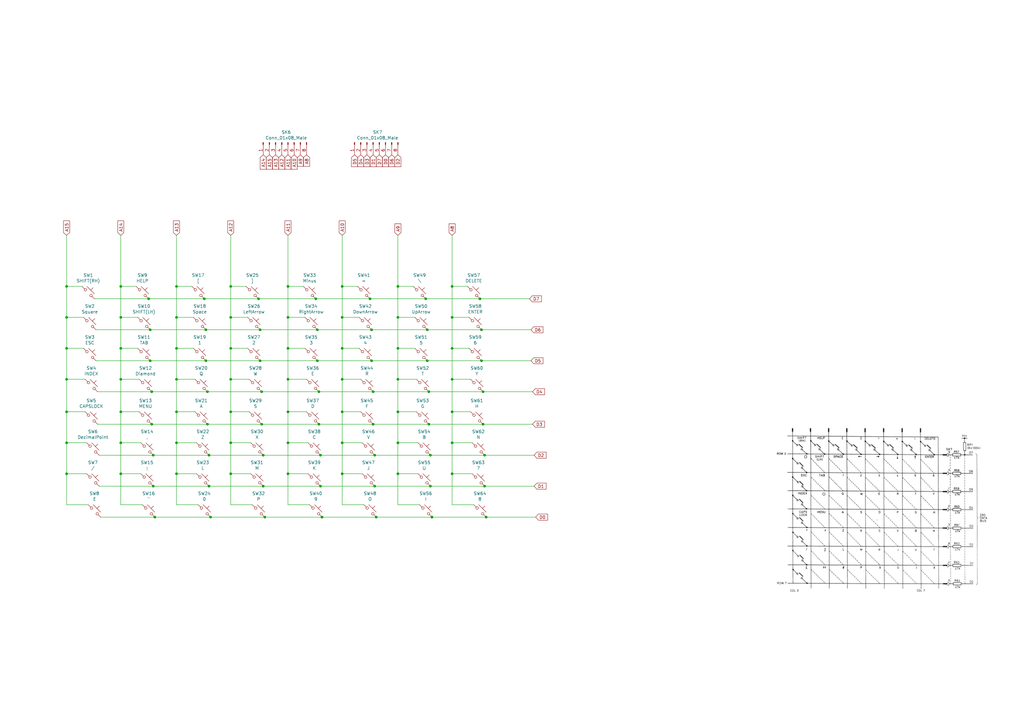
<source format=kicad_sch>
(kicad_sch (version 20231120) (generator "eeschema") (generator_version "8.0")
  (paper "A3")
  (title_block (title "Z88 Keyboard Membrane") (date "2025-11-10") (rev "1.1") (company "Fountain and Menadue"))
  (lib_symbols
    (symbol "Switch:SW_Push_45deg" (pin_numbers hide) (pin_names (offset 1.016) hide)
      (property "Reference" "SW" (at 3.048 1.016 0))
      (property "Value" "SW_Push_45deg" (at 0 -3.81 0))
      (symbol "SW_Push_45deg_0_1"
        (circle (center -1.1684 1.1684) (radius 0.508))
        (polyline (pts (xy -0.508 2.54) (xy 2.54 -0.508)))
        (polyline (pts (xy 1.016 1.016) (xy 2.032 2.032)))
        (polyline (pts (xy -2.54 2.54) (xy -1.524 1.524) (xy -1.524 1.524)))
        (polyline (pts (xy 1.524 -1.524) (xy 2.54 -2.54) (xy 2.54 -2.54) (xy 2.54 -2.54)))
        (circle (center 1.143 -1.1938) (radius 0.508))
        (pin passive line (at -2.54 2.54 0) (length 0) (name "1") (number "1"))
        (pin passive line (at 2.54 -2.54 180) (length 0) (name "2") (number "2"))
      )
    )
    (symbol "membrane1-rescue:Conn_01x08_Male-Connector" (pin_names (offset 1.016) hide)
      (property "Reference" "J" (at 0 10.16 0))
      (property "Value" "Connector_Conn_01x08_Male" (at 0 -12.7 0))
      (symbol "Conn_01x08_Male-Connector_1_1"
        (polyline (pts (xy 1.27 -10.16) (xy 0.8636 -10.16)) (stroke (width 0.1524)))
        (polyline (pts (xy 1.27 -7.62) (xy 0.8636 -7.62)) (stroke (width 0.1524)))
        (polyline (pts (xy 1.27 -5.08) (xy 0.8636 -5.08)) (stroke (width 0.1524)))
        (polyline (pts (xy 1.27 -2.54) (xy 0.8636 -2.54)) (stroke (width 0.1524)))
        (polyline (pts (xy 1.27 0) (xy 0.8636 0)) (stroke (width 0.1524)))
        (polyline (pts (xy 1.27 2.54) (xy 0.8636 2.54)) (stroke (width 0.1524)))
        (polyline (pts (xy 1.27 5.08) (xy 0.8636 5.08)) (stroke (width 0.1524)))
        (polyline (pts (xy 1.27 7.62) (xy 0.8636 7.62)) (stroke (width 0.1524)))
        (rectangle (start 0.8636 -10.033) (end 0 -10.287) (stroke (width 0.1524)) (fill (type outline)))
        (rectangle (start 0.8636 -7.493) (end 0 -7.747) (stroke (width 0.1524)) (fill (type outline)))
        (rectangle (start 0.8636 -4.953) (end 0 -5.207) (stroke (width 0.1524)) (fill (type outline)))
        (rectangle (start 0.8636 -2.413) (end 0 -2.667) (stroke (width 0.1524)) (fill (type outline)))
        (rectangle (start 0.8636 0.127) (end 0 -0.127) (stroke (width 0.1524)) (fill (type outline)))
        (rectangle (start 0.8636 2.667) (end 0 2.413) (stroke (width 0.1524)) (fill (type outline)))
        (rectangle (start 0.8636 5.207) (end 0 4.953) (stroke (width 0.1524)) (fill (type outline)))
        (rectangle (start 0.8636 7.747) (end 0 7.493) (stroke (width 0.1524)) (fill (type outline)))
        (pin passive line (at 5.08 7.62 180) (length 3.81) (name "Pin_1") (number "1"))
        (pin passive line (at 5.08 5.08 180) (length 3.81) (name "Pin_2") (number "2"))
        (pin passive line (at 5.08 2.54 180) (length 3.81) (name "Pin_3") (number "3"))
        (pin passive line (at 5.08 0 180) (length 3.81) (name "Pin_4") (number "4"))
        (pin passive line (at 5.08 -2.54 180) (length 3.81) (name "Pin_5") (number "5"))
        (pin passive line (at 5.08 -5.08 180) (length 3.81) (name "Pin_6") (number "6"))
        (pin passive line (at 5.08 -7.62 180) (length 3.81) (name "Pin_7") (number "7"))
        (pin passive line (at 5.08 -10.16 180) (length 3.81) (name "Pin_8") (number "8"))
      )
    )
  )
  (junction (at 84.455 135.255))
  (junction (at 107.315 160.655))
  (junction (at 140.335 181.61))
  (junction (at 72.39 168.91))
  (junction (at 62.23 173.99))
  (junction (at 140.335 194.31))
  (junction (at 27.305 117.475))
  (junction (at 62.23 160.655))
  (junction (at 107.95 186.69))
  (junction (at 49.53 194.31))
  (junction (at 130.81 160.655))
  (junction (at 199.39 212.09))
  (junction (at 85.09 173.99))
  (junction (at 176.53 199.39))
  (junction (at 163.195 155.575))
  (junction (at 49.53 168.91))
  (junction (at 198.755 186.69))
  (junction (at 198.12 173.99))
  (junction (at 27.305 142.875))
  (junction (at 49.53 142.875))
  (junction (at 27.305 155.575))
  (junction (at 140.335 155.575))
  (junction (at 154.305 212.09))
  (junction (at 49.53 130.175))
  (junction (at 185.42 168.91))
  (junction (at 72.39 181.61))
  (junction (at 163.195 168.91))
  (junction (at 72.39 142.875))
  (junction (at 94.615 117.475))
  (junction (at 106.045 122.555))
  (junction (at 27.305 130.175))
  (junction (at 153.67 186.69))
  (junction (at 151.765 122.555))
  (junction (at 94.615 155.575))
  (junction (at 118.11 194.31))
  (junction (at 153.67 199.39))
  (junction (at 107.315 173.99))
  (junction (at 140.335 168.91))
  (junction (at 131.445 186.69))
  (junction (at 94.615 194.31))
  (junction (at 72.39 155.575))
  (junction (at 197.485 147.955))
  (junction (at 196.85 122.555))
  (junction (at 175.26 147.955))
  (junction (at 62.865 199.39))
  (junction (at 85.09 160.655))
  (junction (at 49.53 181.61))
  (junction (at 72.39 117.475))
  (junction (at 185.42 117.475))
  (junction (at 163.195 142.875))
  (junction (at 72.39 130.175))
  (junction (at 60.96 122.555))
  (junction (at 85.725 186.69))
  (junction (at 106.68 147.955))
  (junction (at 118.11 117.475))
  (junction (at 198.12 160.655))
  (junction (at 185.42 194.31))
  (junction (at 130.175 135.255))
  (junction (at 94.615 168.91))
  (junction (at 27.305 194.31))
  (junction (at 27.305 181.61))
  (junction (at 176.53 186.69))
  (junction (at 175.895 160.655))
  (junction (at 185.42 155.575))
  (junction (at 130.175 147.955))
  (junction (at 94.615 130.175))
  (junction (at 131.445 199.39))
  (junction (at 174.625 122.555))
  (junction (at 94.615 181.61))
  (junction (at 83.82 122.555))
  (junction (at 61.595 135.255))
  (junction (at 62.865 186.69))
  (junction (at 163.195 117.475))
  (junction (at 163.195 181.61))
  (junction (at 118.11 142.875))
  (junction (at 63.5 212.09))
  (junction (at 129.54 122.555))
  (junction (at 185.42 130.175))
  (junction (at 185.42 181.61))
  (junction (at 152.4 147.955))
  (junction (at 132.08 212.09))
  (junction (at 130.81 173.99))
  (junction (at 61.595 147.955))
  (junction (at 72.39 194.31))
  (junction (at 86.36 212.09))
  (junction (at 175.26 135.255))
  (junction (at 198.755 199.39))
  (junction (at 118.11 155.575))
  (junction (at 163.195 194.31))
  (junction (at 153.035 160.655))
  (junction (at 140.335 130.175))
  (junction (at 107.95 199.39))
  (junction (at 108.585 212.09))
  (junction (at 152.4 135.255))
  (junction (at 175.895 173.99))
  (junction (at 153.035 173.99))
  (junction (at 197.485 135.255))
  (junction (at 106.68 135.255))
  (junction (at 85.725 199.39))
  (junction (at 177.165 212.09))
  (junction (at 84.455 147.955))
  (junction (at 94.615 142.875))
  (junction (at 49.53 117.475))
  (junction (at 118.11 181.61))
  (junction (at 140.335 117.475))
  (junction (at 118.11 168.91))
  (junction (at 185.42 142.875))
  (junction (at 140.335 142.875))
  (junction (at 49.53 155.575))
  (junction (at 118.11 130.175))
  (junction (at 163.195 130.175))
  (junction (at 27.305 168.91))
  (wire (pts (xy 49.53 155.575) (xy 49.53 168.91)))
  (wire (pts (xy 40.64 199.39) (xy 62.865 199.39)))
  (wire (pts (xy 94.615 117.475) (xy 94.615 130.175)))
  (wire (pts (xy 163.195 168.91) (xy 163.195 181.61)))
  (wire (pts (xy 163.195 194.31) (xy 171.45 194.31)))
  (wire (pts (xy 152.4 135.255) (xy 175.26 135.255)))
  (wire (pts (xy 94.615 207.01) (xy 103.505 207.01)))
  (wire (pts (xy 72.39 155.575) (xy 80.01 155.575)))
  (wire (pts (xy 94.615 181.61) (xy 94.615 194.31)))
  (wire (pts (xy 49.53 130.175) (xy 56.515 130.175)))
  (wire (pts (xy 94.615 117.475) (xy 100.965 117.475)))
  (wire (pts (xy 163.195 142.875) (xy 170.18 142.875)))
  (wire (pts (xy 163.195 181.61) (xy 163.195 194.31)))
  (wire (pts (xy 27.305 155.575) (xy 27.305 168.91)))
  (wire (pts (xy 27.305 168.91) (xy 34.925 168.91)))
  (wire (pts (xy 198.12 160.655) (xy 175.895 160.655)))
  (wire (pts (xy 163.195 130.175) (xy 163.195 142.875)))
  (wire (pts (xy 118.11 181.61) (xy 126.365 181.61)))
  (wire (pts (xy 130.175 147.955) (xy 152.4 147.955)))
  (wire (pts (xy 140.335 117.475) (xy 146.685 117.475)))
  (wire (pts (xy 175.895 160.655) (xy 153.035 160.655)))
  (wire (pts (xy 140.335 181.61) (xy 148.59 181.61)))
  (wire (pts (xy 106.045 122.555) (xy 83.82 122.555)))
  (wire (pts (xy 219.71 212.09) (xy 199.39 212.09)))
  (wire (pts (xy 185.42 142.875) (xy 185.42 155.575)))
  (wire (pts (xy 163.195 142.875) (xy 163.195 155.575)))
  (wire (pts (xy 94.615 181.61) (xy 102.87 181.61)))
  (wire (pts (xy 94.615 155.575) (xy 94.615 168.91)))
  (wire (pts (xy 94.615 155.575) (xy 102.235 155.575)))
  (wire (pts (xy 140.335 194.31) (xy 140.335 207.01)))
  (wire (pts (xy 140.335 117.475) (xy 140.335 130.175)))
  (wire (pts (xy 60.96 122.555) (xy 38.735 122.555)))
  (wire (pts (xy 219.075 199.39) (xy 198.755 199.39)))
  (wire (pts (xy 27.305 117.475) (xy 33.655 117.475)))
  (wire (pts (xy 163.195 168.91) (xy 170.815 168.91)))
  (wire (pts (xy 49.53 207.01) (xy 58.42 207.01)))
  (wire (pts (xy 175.26 135.255) (xy 197.485 135.255)))
  (wire (pts (xy 185.42 130.175) (xy 185.42 142.875)))
  (wire (pts (xy 140.335 130.175) (xy 147.32 130.175)))
  (wire (pts (xy 72.39 168.91) (xy 80.01 168.91)))
  (wire (pts (xy 118.11 117.475) (xy 118.11 130.175)))
  (wire (pts (xy 107.315 160.655) (xy 85.09 160.655)))
  (wire (pts (xy 175.895 173.99) (xy 198.12 173.99)))
  (wire (pts (xy 140.335 142.875) (xy 140.335 155.575)))
  (wire (pts (xy 130.81 173.99) (xy 153.035 173.99)))
  (wire (pts (xy 140.335 155.575) (xy 140.335 168.91)))
  (wire (pts (xy 61.595 135.255) (xy 84.455 135.255)))
  (wire (pts (xy 62.23 160.655) (xy 40.005 160.655)))
  (wire (pts (xy 94.615 130.175) (xy 101.6 130.175)))
  (wire (pts (xy 130.81 160.655) (xy 107.315 160.655)))
  (wire (pts (xy 72.39 207.01) (xy 81.28 207.01)))
  (wire (pts (xy 49.53 155.575) (xy 57.15 155.575)))
  (wire (pts (xy 49.53 168.91) (xy 57.15 168.91)))
  (wire (pts (xy 27.305 96.52) (xy 27.305 117.475)))
  (wire (pts (xy 118.11 168.91) (xy 118.11 181.61)))
  (wire (pts (xy 140.335 194.31) (xy 148.59 194.31)))
  (wire (pts (xy 72.39 155.575) (xy 72.39 168.91)))
  (wire (pts (xy 27.305 194.31) (xy 35.56 194.31)))
  (wire (pts (xy 185.42 96.52) (xy 185.42 117.475)))
  (wire (pts (xy 94.615 194.31) (xy 94.615 207.01)))
  (wire (pts (xy 174.625 122.555) (xy 151.765 122.555)))
  (wire (pts (xy 198.755 186.69) (xy 176.53 186.69)))
  (wire (pts (xy 84.455 135.255) (xy 106.68 135.255)))
  (wire (pts (xy 163.195 194.31) (xy 163.195 207.01)))
  (wire (pts (xy 185.42 168.91) (xy 185.42 181.61)))
  (wire (pts (xy 131.445 186.69) (xy 107.95 186.69)))
  (wire (pts (xy 118.11 155.575) (xy 125.73 155.575)))
  (wire (pts (xy 94.615 142.875) (xy 101.6 142.875)))
  (wire (pts (xy 140.335 181.61) (xy 140.335 194.31)))
  (wire (pts (xy 163.195 130.175) (xy 170.18 130.175)))
  (wire (pts (xy 185.42 168.91) (xy 193.04 168.91)))
  (wire (pts (xy 49.53 181.61) (xy 49.53 194.31)))
  (wire (pts (xy 27.305 130.175) (xy 34.29 130.175)))
  (wire (pts (xy 27.305 168.91) (xy 27.305 181.61)))
  (wire (pts (xy 131.445 199.39) (xy 153.67 199.39)))
  (wire (pts (xy 63.5 212.09) (xy 41.275 212.09)))
  (wire (pts (xy 107.315 173.99) (xy 130.81 173.99)))
  (wire (pts (xy 176.53 186.69) (xy 153.67 186.69)))
  (wire (pts (xy 118.11 142.875) (xy 125.095 142.875)))
  (wire (pts (xy 218.44 160.655) (xy 198.12 160.655)))
  (wire (pts (xy 132.08 212.09) (xy 108.585 212.09)))
  (wire (pts (xy 154.305 212.09) (xy 132.08 212.09)))
  (wire (pts (xy 118.11 130.175) (xy 118.11 142.875)))
  (wire (pts (xy 72.39 181.61) (xy 72.39 194.31)))
  (wire (pts (xy 106.68 135.255) (xy 130.175 135.255)))
  (wire (pts (xy 49.53 117.475) (xy 55.88 117.475)))
  (wire (pts (xy 140.335 142.875) (xy 147.32 142.875)))
  (wire (pts (xy 72.39 142.875) (xy 72.39 155.575)))
  (wire (pts (xy 49.53 181.61) (xy 57.785 181.61)))
  (wire (pts (xy 176.53 199.39) (xy 198.755 199.39)))
  (wire (pts (xy 118.11 155.575) (xy 118.11 168.91)))
  (wire (pts (xy 94.615 168.91) (xy 102.235 168.91)))
  (wire (pts (xy 140.335 130.175) (xy 140.335 142.875)))
  (wire (pts (xy 153.035 160.655) (xy 130.81 160.655)))
  (wire (pts (xy 140.335 207.01) (xy 149.225 207.01)))
  (wire (pts (xy 72.39 142.875) (xy 79.375 142.875)))
  (wire (pts (xy 196.85 122.555) (xy 174.625 122.555)))
  (wire (pts (xy 85.725 186.69) (xy 62.865 186.69)))
  (wire (pts (xy 49.53 96.52) (xy 49.53 117.475)))
  (wire (pts (xy 118.11 117.475) (xy 124.46 117.475)))
  (wire (pts (xy 27.305 155.575) (xy 34.925 155.575)))
  (wire (pts (xy 83.82 122.555) (xy 60.96 122.555)))
  (wire (pts (xy 85.09 173.99) (xy 107.315 173.99)))
  (wire (pts (xy 185.42 130.175) (xy 192.405 130.175)))
  (wire (pts (xy 118.11 168.91) (xy 125.73 168.91)))
  (wire (pts (xy 85.725 199.39) (xy 107.95 199.39)))
  (wire (pts (xy 27.305 142.875) (xy 34.29 142.875)))
  (wire (pts (xy 49.53 194.31) (xy 49.53 207.01)))
  (wire (pts (xy 72.39 168.91) (xy 72.39 181.61)))
  (wire (pts (xy 163.195 155.575) (xy 163.195 168.91)))
  (wire (pts (xy 84.455 147.955) (xy 106.68 147.955)))
  (wire (pts (xy 130.175 135.255) (xy 152.4 135.255)))
  (wire (pts (xy 175.26 147.955) (xy 197.485 147.955)))
  (wire (pts (xy 118.11 194.31) (xy 118.11 207.01)))
  (wire (pts (xy 72.39 194.31) (xy 72.39 207.01)))
  (wire (pts (xy 219.075 186.69) (xy 198.755 186.69)))
  (wire (pts (xy 118.11 194.31) (xy 126.365 194.31)))
  (wire (pts (xy 152.4 147.955) (xy 175.26 147.955)))
  (wire (pts (xy 185.42 142.875) (xy 192.405 142.875)))
  (wire (pts (xy 39.37 135.255) (xy 61.595 135.255)))
  (wire (pts (xy 153.67 186.69) (xy 131.445 186.69)))
  (wire (pts (xy 39.37 147.955) (xy 61.595 147.955)))
  (wire (pts (xy 49.53 142.875) (xy 49.53 155.575)))
  (wire (pts (xy 62.23 173.99) (xy 85.09 173.99)))
  (wire (pts (xy 118.11 96.52) (xy 118.11 117.475)))
  (wire (pts (xy 185.42 155.575) (xy 185.42 168.91)))
  (wire (pts (xy 106.68 147.955) (xy 130.175 147.955)))
  (wire (pts (xy 151.765 122.555) (xy 129.54 122.555)))
  (wire (pts (xy 72.39 130.175) (xy 79.375 130.175)))
  (wire (pts (xy 163.195 155.575) (xy 170.815 155.575)))
  (wire (pts (xy 185.42 194.31) (xy 185.42 207.01)))
  (wire (pts (xy 61.595 147.955) (xy 84.455 147.955)))
  (wire (pts (xy 107.95 199.39) (xy 131.445 199.39)))
  (wire (pts (xy 27.305 181.61) (xy 27.305 194.31)))
  (wire (pts (xy 27.305 130.175) (xy 27.305 142.875)))
  (wire (pts (xy 62.865 199.39) (xy 85.725 199.39)))
  (wire (pts (xy 163.195 207.01) (xy 172.085 207.01)))
  (wire (pts (xy 177.165 212.09) (xy 154.305 212.09)))
  (wire (pts (xy 163.195 117.475) (xy 169.545 117.475)))
  (wire (pts (xy 118.11 130.175) (xy 125.095 130.175)))
  (wire (pts (xy 218.44 173.99) (xy 198.12 173.99)))
  (wire (pts (xy 49.53 130.175) (xy 49.53 142.875)))
  (wire (pts (xy 185.42 194.31) (xy 193.675 194.31)))
  (wire (pts (xy 118.11 181.61) (xy 118.11 194.31)))
  (wire (pts (xy 199.39 212.09) (xy 177.165 212.09)))
  (wire (pts (xy 27.305 142.875) (xy 27.305 155.575)))
  (wire (pts (xy 140.335 168.91) (xy 140.335 181.61)))
  (wire (pts (xy 94.615 168.91) (xy 94.615 181.61)))
  (wire (pts (xy 94.615 142.875) (xy 94.615 155.575)))
  (wire (pts (xy 185.42 117.475) (xy 185.42 130.175)))
  (wire (pts (xy 72.39 117.475) (xy 72.39 130.175)))
  (wire (pts (xy 107.95 186.69) (xy 85.725 186.69)))
  (wire (pts (xy 72.39 194.31) (xy 80.645 194.31)))
  (wire (pts (xy 217.805 135.255) (xy 197.485 135.255)))
  (wire (pts (xy 94.615 194.31) (xy 102.87 194.31)))
  (wire (pts (xy 86.36 212.09) (xy 63.5 212.09)))
  (wire (pts (xy 185.42 155.575) (xy 193.04 155.575)))
  (wire (pts (xy 94.615 130.175) (xy 94.615 142.875)))
  (wire (pts (xy 72.39 130.175) (xy 72.39 142.875)))
  (wire (pts (xy 140.335 155.575) (xy 147.955 155.575)))
  (wire (pts (xy 118.11 142.875) (xy 118.11 155.575)))
  (wire (pts (xy 62.865 186.69) (xy 40.64 186.69)))
  (wire (pts (xy 140.335 168.91) (xy 147.955 168.91)))
  (wire (pts (xy 40.005 173.99) (xy 62.23 173.99)))
  (wire (pts (xy 72.39 181.61) (xy 80.645 181.61)))
  (wire (pts (xy 27.305 117.475) (xy 27.305 130.175)))
  (wire (pts (xy 49.53 194.31) (xy 57.785 194.31)))
  (wire (pts (xy 118.11 207.01) (xy 127 207.01)))
  (wire (pts (xy 163.195 96.52) (xy 163.195 117.475)))
  (wire (pts (xy 153.67 199.39) (xy 176.53 199.39)))
  (wire (pts (xy 94.615 96.52) (xy 94.615 117.475)))
  (wire (pts (xy 27.305 207.01) (xy 36.195 207.01)))
  (wire (pts (xy 185.42 207.01) (xy 194.31 207.01)))
  (wire (pts (xy 217.805 147.955) (xy 197.485 147.955)))
  (wire (pts (xy 27.305 181.61) (xy 35.56 181.61)))
  (wire (pts (xy 72.39 117.475) (xy 78.74 117.475)))
  (wire (pts (xy 49.53 142.875) (xy 56.515 142.875)))
  (wire (pts (xy 185.42 181.61) (xy 185.42 194.31)))
  (wire (pts (xy 27.305 194.31) (xy 27.305 207.01)))
  (wire (pts (xy 49.53 117.475) (xy 49.53 130.175)))
  (wire (pts (xy 185.42 181.61) (xy 193.675 181.61)))
  (wire (pts (xy 49.53 168.91) (xy 49.53 181.61)))
  (wire (pts (xy 72.39 96.52) (xy 72.39 117.475)))
  (wire (pts (xy 108.585 212.09) (xy 86.36 212.09)))
  (wire (pts (xy 140.335 96.52) (xy 140.335 117.475)))
  (wire (pts (xy 163.195 117.475) (xy 163.195 130.175)))
  (wire (pts (xy 85.09 160.655) (xy 62.23 160.655)))
  (wire (pts (xy 163.195 181.61) (xy 171.45 181.61)))
  (wire (pts (xy 153.035 173.99) (xy 175.895 173.99)))
  (wire (pts (xy 185.42 117.475) (xy 191.77 117.475)))
  (wire (pts (xy 129.54 122.555) (xy 106.045 122.555)))
  (wire (pts (xy 217.17 122.555) (xy 196.85 122.555)))
  (image (at 360.68 210.185))
  (global_label "D1" (shape input) (at 153.035 63.5 270) (property "Intersheetrefs" "${INTERSHEET_REFS}" (effects (hide yes))))
  (global_label "A15" (shape input) (at 27.305 96.52 90) (property "Intersheetrefs" "${INTERSHEET_REFS}" (effects (hide yes))))
  (global_label "A11" (shape input) (at 118.11 63.5 270) (property "Intersheetrefs" "${INTERSHEET_REFS}" (effects (hide yes))))
  (global_label "D3" (shape input) (at 150.495 63.5 270) (property "Intersheetrefs" "${INTERSHEET_REFS}" (effects (hide yes))))
  (global_label "D1" (shape input) (at 219.075 199.39 0) (property "Intersheetrefs" "${INTERSHEET_REFS}" (effects (hide yes))))
  (global_label "A9" (shape input) (at 163.195 96.52 90) (property "Intersheetrefs" "${INTERSHEET_REFS}" (effects (hide yes))))
  (global_label "A11" (shape input) (at 118.11 96.52 90) (property "Intersheetrefs" "${INTERSHEET_REFS}" (effects (hide yes))))
  (global_label "A8" (shape input) (at 185.42 96.52 90) (property "Intersheetrefs" "${INTERSHEET_REFS}" (effects (hide yes))))
  (global_label "A13" (shape input) (at 72.39 96.52 90) (property "Intersheetrefs" "${INTERSHEET_REFS}" (effects (hide yes))))
  (global_label "A12" (shape input) (at 115.57 63.5 270) (property "Intersheetrefs" "${INTERSHEET_REFS}" (effects (hide yes))))
  (global_label "D2" (shape input) (at 219.075 186.69 0) (property "Intersheetrefs" "${INTERSHEET_REFS}" (effects (hide yes))))
  (global_label "D6" (shape input) (at 217.805 135.255 0) (property "Intersheetrefs" "${INTERSHEET_REFS}" (effects (hide yes))))
  (global_label "D0" (shape input) (at 158.115 63.5 270) (property "Intersheetrefs" "${INTERSHEET_REFS}" (effects (hide yes))))
  (global_label "A10" (shape input) (at 120.65 63.5 270) (property "Intersheetrefs" "${INTERSHEET_REFS}" (effects (hide yes))))
  (global_label "D6" (shape input) (at 160.655 63.5 270) (property "Intersheetrefs" "${INTERSHEET_REFS}" (effects (hide yes))))
  (global_label "A10" (shape input) (at 140.335 96.52 90) (property "Intersheetrefs" "${INTERSHEET_REFS}" (effects (hide yes))))
  (global_label "D7" (shape input) (at 217.17 122.555 0) (property "Intersheetrefs" "${INTERSHEET_REFS}" (effects (hide yes))))
  (global_label "D4" (shape input) (at 218.44 160.655 0) (property "Intersheetrefs" "${INTERSHEET_REFS}" (effects (hide yes))))
  (global_label "A13" (shape input) (at 113.03 63.5 270) (property "Intersheetrefs" "${INTERSHEET_REFS}" (effects (hide yes))))
  (global_label "D2" (shape input) (at 163.195 63.5 270) (property "Intersheetrefs" "${INTERSHEET_REFS}" (effects (hide yes))))
  (global_label "A14" (shape input) (at 49.53 96.52 90) (property "Intersheetrefs" "${INTERSHEET_REFS}" (effects (hide yes))))
  (global_label "D4" (shape input) (at 147.955 63.5 270) (property "Intersheetrefs" "${INTERSHEET_REFS}" (effects (hide yes))))
  (global_label "A15" (shape input) (at 110.49 63.5 270) (property "Intersheetrefs" "${INTERSHEET_REFS}" (effects (hide yes))))
  (global_label "A12" (shape input) (at 94.615 96.52 90) (property "Intersheetrefs" "${INTERSHEET_REFS}" (effects (hide yes))))
  (global_label "A14" (shape input) (at 107.95 63.5 270) (property "Intersheetrefs" "${INTERSHEET_REFS}" (effects (hide yes))))
  (global_label "D7" (shape input) (at 155.575 63.5 270) (property "Intersheetrefs" "${INTERSHEET_REFS}" (effects (hide yes))))
  (global_label "D5" (shape input) (at 145.415 63.5 270) (property "Intersheetrefs" "${INTERSHEET_REFS}" (effects (hide yes))))
  (global_label "A9" (shape input) (at 123.19 63.5 270) (property "Intersheetrefs" "${INTERSHEET_REFS}" (effects (hide yes))))
  (global_label "A8" (shape input) (at 125.73 63.5 270) (property "Intersheetrefs" "${INTERSHEET_REFS}" (effects (hide yes))))
  (global_label "D3" (shape input) (at 218.44 173.99 0) (property "Intersheetrefs" "${INTERSHEET_REFS}" (effects (hide yes))))
  (global_label "D5" (shape input) (at 217.805 147.955 0) (property "Intersheetrefs" "${INTERSHEET_REFS}" (effects (hide yes))))
  (global_label "D0" (shape input) (at 219.71 212.09 0) (property "Intersheetrefs" "${INTERSHEET_REFS}" (effects (hide yes))))
  (symbol (lib_id "Switch:SW_Push_45deg") (at 36.195 120.015 0) (unit 1)
    (property "Reference" "SW1" (at 36.195 112.8776 0))
    (property "Value" "SHIFT(RH)" (at 36.195 115.189 0))
    (property "Footprint" "ajm_kicad:z88_shiftrh_pad1" (effects (hide yes)))
  )
  (symbol (lib_id "Switch:SW_Push_45deg") (at 36.83 132.715 0) (unit 1)
    (property "Reference" "SW2" (at 36.83 125.5776 0))
    (property "Value" "Square" (at 36.83 127.889 0))
    (property "Footprint" "ajm_kicad:z88_pad1" (effects (hide yes)))
  )
  (symbol (lib_id "Switch:SW_Push_45deg") (at 36.83 145.415 0) (unit 1)
    (property "Reference" "SW3" (at 36.83 138.2776 0))
    (property "Value" "ESC" (at 36.83 140.589 0))
    (property "Footprint" "ajm_kicad:z88_pad1" (effects (hide yes)))
  )
  (symbol (lib_id "Switch:SW_Push_45deg") (at 37.465 158.115 0) (unit 1)
    (property "Reference" "SW4" (at 37.465 150.9776 0))
    (property "Value" "INDEX" (at 37.465 153.289 0))
    (property "Footprint" "ajm_kicad:z88_pad1" (effects (hide yes)))
  )
  (symbol (lib_id "Switch:SW_Push_45deg") (at 37.465 171.45 0) (unit 1)
    (property "Reference" "SW5" (at 37.465 164.3126 0))
    (property "Value" "CAPSLOCK" (at 37.465 166.624 0))
    (property "Footprint" "ajm_kicad:z88_pad1" (effects (hide yes)))
  )
  (symbol (lib_id "Switch:SW_Push_45deg") (at 38.1 184.15 0) (unit 1)
    (property "Reference" "SW6" (at 38.1 177.0126 0))
    (property "Value" "DecimalPoint" (at 38.1 179.324 0))
    (property "Footprint" "ajm_kicad:z88_pad1" (effects (hide yes)))
  )
  (symbol (lib_id "Switch:SW_Push_45deg") (at 38.1 196.85 0) (unit 1)
    (property "Reference" "SW7" (at 38.1 189.7126 0))
    (property "Value" "/" (at 38.1 192.024 0))
    (property "Footprint" "ajm_kicad:z88_pad1" (effects (hide yes)))
  )
  (symbol (lib_id "Switch:SW_Push_45deg") (at 38.735 209.55 0) (unit 1)
    (property "Reference" "SW8" (at 38.735 202.4126 0))
    (property "Value" "£" (at 38.735 204.724 0))
    (property "Footprint" "ajm_kicad:z88_pad1" (effects (hide yes)))
  )
  (symbol (lib_id "Switch:SW_Push_45deg") (at 58.42 120.015 0) (unit 1)
    (property "Reference" "SW9" (at 58.42 112.8776 0))
    (property "Value" "HELP" (at 58.42 115.189 0))
    (property "Footprint" "ajm_kicad:z88_pad1" (effects (hide yes)))
  )
  (symbol (lib_id "Switch:SW_Push_45deg") (at 59.055 132.715 0) (unit 1)
    (property "Reference" "SW10" (at 59.055 125.5776 0))
    (property "Value" "SHIFT(LH)" (at 59.055 127.889 0))
    (property "Footprint" "ajm_kicad:z88_shiftlh_pad1" (effects (hide yes)))
  )
  (symbol (lib_id "Switch:SW_Push_45deg") (at 59.055 145.415 0) (unit 1)
    (property "Reference" "SW11" (at 59.055 138.2776 0))
    (property "Value" "TAB" (at 59.055 140.589 0))
    (property "Footprint" "ajm_kicad:z88_tab_pad1" (effects (hide yes)))
  )
  (symbol (lib_id "Switch:SW_Push_45deg") (at 59.69 158.115 0) (unit 1)
    (property "Reference" "SW12" (at 59.69 150.9776 0))
    (property "Value" "Diamond" (at 59.69 153.289 0))
    (property "Footprint" "ajm_kicad:z88_shiftrh_pad1" (effects (hide yes)))
  )
  (symbol (lib_id "Switch:SW_Push_45deg") (at 59.69 171.45 0) (unit 1)
    (property "Reference" "SW13" (at 59.69 164.3126 0))
    (property "Value" "MENU" (at 59.69 166.624 0))
    (property "Footprint" "ajm_kicad:z88_pad1" (effects (hide yes)))
  )
  (symbol (lib_id "Switch:SW_Push_45deg") (at 60.325 184.15 0) (unit 1)
    (property "Reference" "SW14" (at 60.325 177.0126 0))
    (property "Value" "," (at 60.325 179.324 0))
    (property "Footprint" "ajm_kicad:z88_pad1" (effects (hide yes)))
  )
  (symbol (lib_id "Switch:SW_Push_45deg") (at 60.325 196.85 0) (unit 1)
    (property "Reference" "SW15" (at 60.325 189.7126 0))
    (property "Value" ";" (at 60.325 192.024 0))
    (property "Footprint" "ajm_kicad:z88_pad1" (effects (hide yes)))
  )
  (symbol (lib_id "Switch:SW_Push_45deg") (at 60.96 209.55 0) (unit 1)
    (property "Reference" "SW16" (at 60.96 202.4126 0))
    (property "Value" "\"" (at 60.96 204.724 0))
    (property "Footprint" "ajm_kicad:z88_pad1" (effects (hide yes)))
  )
  (symbol (lib_id "Switch:SW_Push_45deg") (at 81.28 120.015 0) (unit 1)
    (property "Reference" "SW17" (at 81.28 112.8776 0))
    (property "Value" "[" (at 81.28 115.189 0))
    (property "Footprint" "ajm_kicad:z88_pad1" (effects (hide yes)))
  )
  (symbol (lib_id "Switch:SW_Push_45deg") (at 81.915 132.715 0) (unit 1)
    (property "Reference" "SW18" (at 81.915 125.5776 0))
    (property "Value" "Space" (at 81.915 127.889 0))
    (property "Footprint" "ajm_kicad:z88_space_pad1" (effects (hide yes)))
  )
  (symbol (lib_id "Switch:SW_Push_45deg") (at 81.915 145.415 0) (unit 1)
    (property "Reference" "SW19" (at 81.915 138.2776 0))
    (property "Value" "1" (at 81.915 140.589 0))
    (property "Footprint" "ajm_kicad:z88_pad1" (effects (hide yes)))
  )
  (symbol (lib_id "Switch:SW_Push_45deg") (at 82.55 158.115 0) (unit 1)
    (property "Reference" "SW20" (at 82.55 150.9776 0))
    (property "Value" "Q" (at 82.55 153.289 0))
    (property "Footprint" "ajm_kicad:z88_pad1" (effects (hide yes)))
  )
  (symbol (lib_id "Switch:SW_Push_45deg") (at 82.55 171.45 0) (unit 1)
    (property "Reference" "SW21" (at 82.55 164.3126 0))
    (property "Value" "A" (at 82.55 166.624 0))
    (property "Footprint" "ajm_kicad:z88_pad1" (effects (hide yes)))
  )
  (symbol (lib_id "Switch:SW_Push_45deg") (at 83.185 184.15 0) (unit 1)
    (property "Reference" "SW22" (at 83.185 177.0126 0))
    (property "Value" "Z" (at 83.185 179.324 0))
    (property "Footprint" "ajm_kicad:z88_pad1" (effects (hide yes)))
  )
  (symbol (lib_id "Switch:SW_Push_45deg") (at 83.185 196.85 0) (unit 1)
    (property "Reference" "SW23" (at 83.185 189.7126 0))
    (property "Value" "L" (at 83.185 192.024 0))
    (property "Footprint" "ajm_kicad:z88_pad1" (effects (hide yes)))
  )
  (symbol (lib_id "Switch:SW_Push_45deg") (at 83.82 209.55 0) (unit 1)
    (property "Reference" "SW24" (at 83.82 202.4126 0))
    (property "Value" "0" (at 83.82 204.724 0))
    (property "Footprint" "ajm_kicad:z88_pad1" (effects (hide yes)))
  )
  (symbol (lib_id "Switch:SW_Push_45deg") (at 103.505 120.015 0) (unit 1)
    (property "Reference" "SW25" (at 103.505 112.8776 0))
    (property "Value" "]" (at 103.505 115.189 0))
    (property "Footprint" "ajm_kicad:z88_pad1" (effects (hide yes)))
  )
  (symbol (lib_id "Switch:SW_Push_45deg") (at 104.14 132.715 0) (unit 1)
    (property "Reference" "SW26" (at 104.14 125.5776 0))
    (property "Value" "LeftArrow" (at 104.14 127.889 0))
    (property "Footprint" "ajm_kicad:z88_pad1" (effects (hide yes)))
  )
  (symbol (lib_id "Switch:SW_Push_45deg") (at 104.14 145.415 0) (unit 1)
    (property "Reference" "SW27" (at 104.14 138.2776 0))
    (property "Value" "2" (at 104.14 140.589 0))
    (property "Footprint" "ajm_kicad:z88_pad1" (effects (hide yes)))
  )
  (symbol (lib_id "Switch:SW_Push_45deg") (at 104.775 158.115 0) (unit 1)
    (property "Reference" "SW28" (at 104.775 150.9776 0))
    (property "Value" "W" (at 104.775 153.289 0))
    (property "Footprint" "ajm_kicad:z88_pad1" (effects (hide yes)))
  )
  (symbol (lib_id "Switch:SW_Push_45deg") (at 104.775 171.45 0) (unit 1)
    (property "Reference" "SW29" (at 104.775 164.3126 0))
    (property "Value" "S" (at 104.775 166.624 0))
    (property "Footprint" "ajm_kicad:z88_pad1" (effects (hide yes)))
  )
  (symbol (lib_id "Switch:SW_Push_45deg") (at 105.41 184.15 0) (unit 1)
    (property "Reference" "SW30" (at 105.41 177.0126 0))
    (property "Value" "X" (at 105.41 179.324 0))
    (property "Footprint" "ajm_kicad:z88_pad1" (effects (hide yes)))
  )
  (symbol (lib_id "Switch:SW_Push_45deg") (at 105.41 196.85 0) (unit 1)
    (property "Reference" "SW31" (at 105.41 189.7126 0))
    (property "Value" "M" (at 105.41 192.024 0))
    (property "Footprint" "ajm_kicad:z88_pad1" (effects (hide yes)))
  )
  (symbol (lib_id "Switch:SW_Push_45deg") (at 106.045 209.55 0) (unit 1)
    (property "Reference" "SW32" (at 106.045 202.4126 0))
    (property "Value" "P" (at 106.045 204.724 0))
    (property "Footprint" "ajm_kicad:z88_pad1" (effects (hide yes)))
  )
  (symbol (lib_id "Switch:SW_Push_45deg") (at 127 120.015 0) (unit 1)
    (property "Reference" "SW33" (at 127 112.8776 0))
    (property "Value" "Minus" (at 127 115.189 0))
    (property "Footprint" "ajm_kicad:z88_pad1" (effects (hide yes)))
  )
  (symbol (lib_id "Switch:SW_Push_45deg") (at 127.635 132.715 0) (unit 1)
    (property "Reference" "SW34" (at 127.635 125.5776 0))
    (property "Value" "RightArrow" (at 127.635 127.889 0))
    (property "Footprint" "ajm_kicad:z88_pad1" (effects (hide yes)))
  )
  (symbol (lib_id "Switch:SW_Push_45deg") (at 127.635 145.415 0) (unit 1)
    (property "Reference" "SW35" (at 127.635 138.2776 0))
    (property "Value" "3" (at 127.635 140.589 0))
    (property "Footprint" "ajm_kicad:z88_pad1" (effects (hide yes)))
  )
  (symbol (lib_id "Switch:SW_Push_45deg") (at 128.27 158.115 0) (unit 1)
    (property "Reference" "SW36" (at 128.27 150.9776 0))
    (property "Value" "E" (at 128.27 153.289 0))
    (property "Footprint" "ajm_kicad:z88_pad1" (effects (hide yes)))
  )
  (symbol (lib_id "Switch:SW_Push_45deg") (at 128.27 171.45 0) (unit 1)
    (property "Reference" "SW37" (at 128.27 164.3126 0))
    (property "Value" "D" (at 128.27 166.624 0))
    (property "Footprint" "ajm_kicad:z88_pad1" (effects (hide yes)))
  )
  (symbol (lib_id "Switch:SW_Push_45deg") (at 128.905 184.15 0) (unit 1)
    (property "Reference" "SW38" (at 128.905 177.0126 0))
    (property "Value" "C" (at 128.905 179.324 0))
    (property "Footprint" "ajm_kicad:z88_pad1" (effects (hide yes)))
  )
  (symbol (lib_id "Switch:SW_Push_45deg") (at 128.905 196.85 0) (unit 1)
    (property "Reference" "SW39" (at 128.905 189.7126 0))
    (property "Value" "K" (at 128.905 192.024 0))
    (property "Footprint" "ajm_kicad:z88_pad1" (effects (hide yes)))
  )
  (symbol (lib_id "Switch:SW_Push_45deg") (at 129.54 209.55 0) (unit 1)
    (property "Reference" "SW40" (at 129.54 202.4126 0))
    (property "Value" "9" (at 129.54 204.724 0))
    (property "Footprint" "ajm_kicad:z88_pad1" (effects (hide yes)))
  )
  (symbol (lib_id "Switch:SW_Push_45deg") (at 149.225 120.015 0) (unit 1)
    (property "Reference" "SW41" (at 149.225 112.8776 0))
    (property "Value" "=" (at 149.225 115.189 0))
    (property "Footprint" "ajm_kicad:z88_pad1" (effects (hide yes)))
  )
  (symbol (lib_id "Switch:SW_Push_45deg") (at 149.86 132.715 0) (unit 1)
    (property "Reference" "SW42" (at 149.86 125.5776 0))
    (property "Value" "DownArrow" (at 149.86 127.889 0))
    (property "Footprint" "ajm_kicad:z88_pad1" (effects (hide yes)))
  )
  (symbol (lib_id "Switch:SW_Push_45deg") (at 149.86 145.415 0) (unit 1)
    (property "Reference" "SW43" (at 149.86 138.2776 0))
    (property "Value" "4" (at 149.86 140.589 0))
    (property "Footprint" "ajm_kicad:z88_pad1" (effects (hide yes)))
  )
  (symbol (lib_id "Switch:SW_Push_45deg") (at 150.495 158.115 0) (unit 1)
    (property "Reference" "SW44" (at 150.495 150.9776 0))
    (property "Value" "R" (at 150.495 153.289 0))
    (property "Footprint" "ajm_kicad:z88_pad1" (effects (hide yes)))
  )
  (symbol (lib_id "Switch:SW_Push_45deg") (at 150.495 171.45 0) (unit 1)
    (property "Reference" "SW45" (at 150.495 164.3126 0))
    (property "Value" "F" (at 150.495 166.624 0))
    (property "Footprint" "ajm_kicad:z88_pad1" (effects (hide yes)))
  )
  (symbol (lib_id "Switch:SW_Push_45deg") (at 151.13 184.15 0) (unit 1)
    (property "Reference" "SW46" (at 151.13 177.0126 0))
    (property "Value" "V" (at 151.13 179.324 0))
    (property "Footprint" "ajm_kicad:z88_pad1" (effects (hide yes)))
  )
  (symbol (lib_id "Switch:SW_Push_45deg") (at 151.13 196.85 0) (unit 1)
    (property "Reference" "SW47" (at 151.13 189.7126 0))
    (property "Value" "J" (at 151.13 192.024 0))
    (property "Footprint" "ajm_kicad:z88_pad1" (effects (hide yes)))
  )
  (symbol (lib_id "Switch:SW_Push_45deg") (at 151.765 209.55 0) (unit 1)
    (property "Reference" "SW48" (at 151.765 202.4126 0))
    (property "Value" "O" (at 151.765 204.724 0))
    (property "Footprint" "ajm_kicad:z88_pad1" (effects (hide yes)))
  )
  (symbol (lib_id "Switch:SW_Push_45deg") (at 172.085 120.015 0) (unit 1)
    (property "Reference" "SW49" (at 172.085 112.8776 0))
    (property "Value" "\\" (at 172.085 115.189 0))
    (property "Footprint" "ajm_kicad:z88_pad1" (effects (hide yes)))
  )
  (symbol (lib_id "Switch:SW_Push_45deg") (at 172.72 132.715 0) (unit 1)
    (property "Reference" "SW50" (at 172.72 125.5776 0))
    (property "Value" "UpArrow" (at 172.72 127.889 0))
    (property "Footprint" "ajm_kicad:z88_pad1" (effects (hide yes)))
  )
  (symbol (lib_id "Switch:SW_Push_45deg") (at 172.72 145.415 0) (unit 1)
    (property "Reference" "SW51" (at 172.72 138.2776 0))
    (property "Value" "5" (at 172.72 140.589 0))
    (property "Footprint" "ajm_kicad:z88_pad1" (effects (hide yes)))
  )
  (symbol (lib_id "Switch:SW_Push_45deg") (at 173.355 158.115 0) (unit 1)
    (property "Reference" "SW52" (at 173.355 150.9776 0))
    (property "Value" "T" (at 173.355 153.289 0))
    (property "Footprint" "ajm_kicad:z88_pad1" (effects (hide yes)))
  )
  (symbol (lib_id "Switch:SW_Push_45deg") (at 173.355 171.45 0) (unit 1)
    (property "Reference" "SW53" (at 173.355 164.3126 0))
    (property "Value" "G" (at 173.355 166.624 0))
    (property "Footprint" "ajm_kicad:z88_pad1" (effects (hide yes)))
  )
  (symbol (lib_id "Switch:SW_Push_45deg") (at 173.99 184.15 0) (unit 1)
    (property "Reference" "SW54" (at 173.99 177.0126 0))
    (property "Value" "B" (at 173.99 179.324 0))
    (property "Footprint" "ajm_kicad:z88_pad1" (effects (hide yes)))
  )
  (symbol (lib_id "Switch:SW_Push_45deg") (at 173.99 196.85 0) (unit 1)
    (property "Reference" "SW55" (at 173.99 189.7126 0))
    (property "Value" "U" (at 173.99 192.024 0))
    (property "Footprint" "ajm_kicad:z88_pad1" (effects (hide yes)))
  )
  (symbol (lib_id "Switch:SW_Push_45deg") (at 174.625 209.55 0) (unit 1)
    (property "Reference" "SW56" (at 174.625 202.4126 0))
    (property "Value" "I" (at 174.625 204.724 0))
    (property "Footprint" "ajm_kicad:z88_pad1" (effects (hide yes)))
  )
  (symbol (lib_id "Switch:SW_Push_45deg") (at 194.31 120.015 0) (unit 1)
    (property "Reference" "SW57" (at 194.31 112.8776 0))
    (property "Value" "DELETE" (at 194.31 115.189 0))
    (property "Footprint" "ajm_kicad:z88_pad1" (effects (hide yes)))
  )
  (symbol (lib_id "Switch:SW_Push_45deg") (at 194.945 132.715 0) (unit 1)
    (property "Reference" "SW58" (at 194.945 125.5776 0))
    (property "Value" "ENTER" (at 194.945 127.889 0))
    (property "Footprint" "ajm_kicad:z88_enter_pad1" (effects (hide yes)))
  )
  (symbol (lib_id "Switch:SW_Push_45deg") (at 194.945 145.415 0) (unit 1)
    (property "Reference" "SW59" (at 194.945 138.2776 0))
    (property "Value" "6" (at 194.945 140.589 0))
    (property "Footprint" "ajm_kicad:z88_pad1" (effects (hide yes)))
  )
  (symbol (lib_id "Switch:SW_Push_45deg") (at 195.58 158.115 0) (unit 1)
    (property "Reference" "SW60" (at 195.58 150.9776 0))
    (property "Value" "Y" (at 195.58 153.289 0))
    (property "Footprint" "ajm_kicad:z88_pad1" (effects (hide yes)))
  )
  (symbol (lib_id "Switch:SW_Push_45deg") (at 195.58 171.45 0) (unit 1)
    (property "Reference" "SW61" (at 195.58 164.3126 0))
    (property "Value" "H" (at 195.58 166.624 0))
    (property "Footprint" "ajm_kicad:z88_pad1" (effects (hide yes)))
  )
  (symbol (lib_id "Switch:SW_Push_45deg") (at 196.215 184.15 0) (unit 1)
    (property "Reference" "SW62" (at 196.215 177.0126 0))
    (property "Value" "N" (at 196.215 179.324 0))
    (property "Footprint" "ajm_kicad:z88_pad1" (effects (hide yes)))
  )
  (symbol (lib_id "Switch:SW_Push_45deg") (at 196.215 196.85 0) (unit 1)
    (property "Reference" "SW63" (at 196.215 189.7126 0))
    (property "Value" "7" (at 196.215 192.024 0))
    (property "Footprint" "ajm_kicad:z88_pad1" (effects (hide yes)))
  )
  (symbol (lib_id "Switch:SW_Push_45deg") (at 196.85 209.55 0) (unit 1)
    (property "Reference" "SW64" (at 196.85 202.4126 0))
    (property "Value" "8" (at 196.85 204.724 0))
    (property "Footprint" "ajm_kicad:z88_pad1" (effects (hide yes)))
  )
  (symbol (lib_id "membrane1-rescue:Conn_01x08_Male-Connector") (at 115.57 58.42 90) (mirror x) (unit 1)
    (property "Reference" "SK6" (at 117.3988 54.229 90))
    (property "Value" "Conn_01x08_Male" (at 117.3988 56.5404 90))
    (property "Footprint" "Connector_PinSocket_2.00mm:PinSocket_1x08_P2.00mm_Vertical_SMD_Pin1Left" (effects (hide yes)))
  )
  (symbol (lib_id "membrane1-rescue:Conn_01x08_Male-Connector") (at 153.035 58.42 90) (mirror x) (unit 1)
    (property "Reference" "SK7" (at 154.8638 54.229 90))
    (property "Value" "Conn_01x08_Male" (at 154.8638 56.5404 90))
    (property "Footprint" "Connector_PinSocket_2.00mm:PinSocket_1x08_P2.00mm_Vertical_SMD_Pin1Left" (effects (hide yes)))
  )
)
</source>
